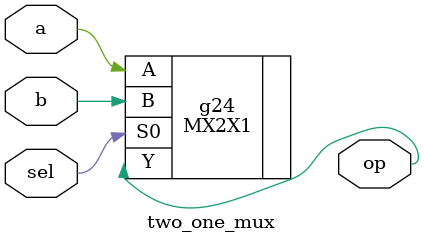
<source format=v>


// Verification Directory fv/two_one_mux 

module two_one_mux(op, a, b, sel);
  input a, b, sel;
  output op;
  wire a, b, sel;
  wire op;
  MX2X1 g24(.A (a), .B (b), .S0 (sel), .Y (op));
endmodule


</source>
